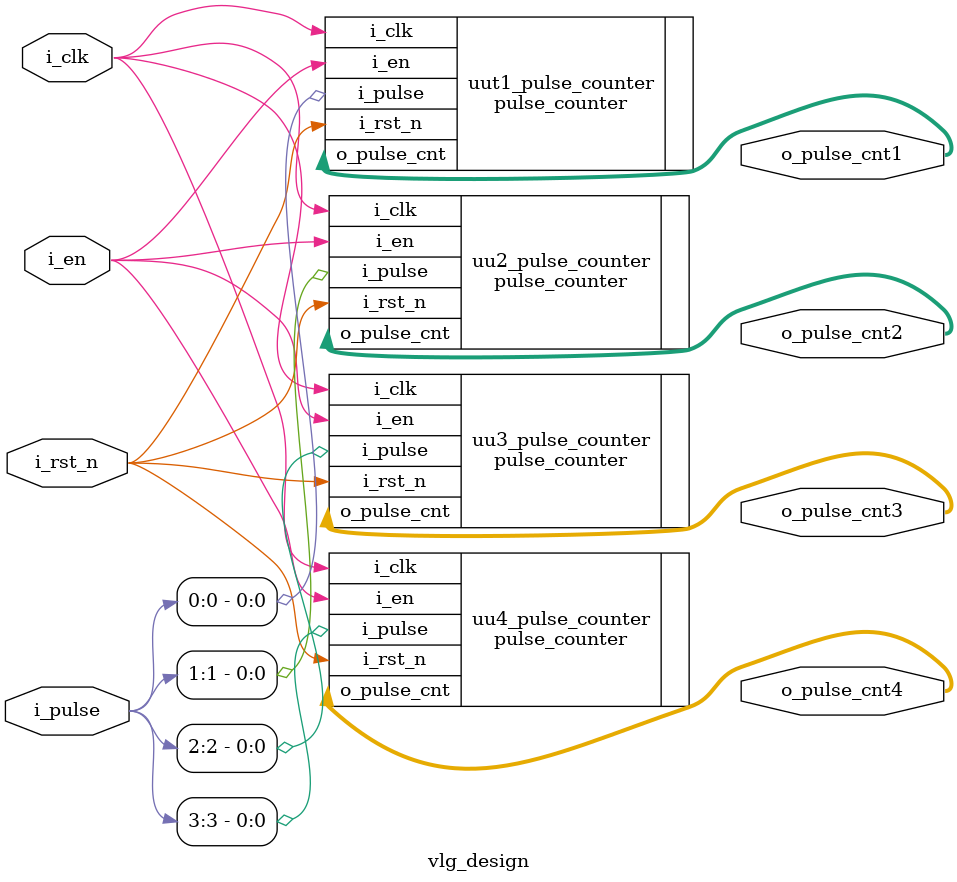
<source format=v>

`timescale 1ns/1ps

module vlg_design(
	input i_clk,
	input i_rst_n,
	input[3:0] i_pulse,
	input i_en,
	output[15:0] o_pulse_cnt1,o_pulse_cnt2,
	output[15:0] o_pulse_cnt3,o_pulse_cnt4
    );

//重复写四次例化
pulse_counter uut1_pulse_counter(
	.i_clk			(i_clk),
	.i_rst_n		(i_rst_n),
	.i_pulse		(i_pulse[0]),
	.i_en			(i_en),
	.o_pulse_cnt	(o_pulse_cnt1)
    );

pulse_counter uu2_pulse_counter(
	.i_clk			(i_clk),
	.i_rst_n		(i_rst_n),
	.i_pulse		(i_pulse[1]),
	.i_en			(i_en),
	.o_pulse_cnt	(o_pulse_cnt2)
    );

pulse_counter uu3_pulse_counter(
	.i_clk			(i_clk),
	.i_rst_n		(i_rst_n),
	.i_pulse		(i_pulse[2]),
	.i_en			(i_en),
	.o_pulse_cnt	(o_pulse_cnt3)
    );

pulse_counter uu4_pulse_counter(
	.i_clk			(i_clk),
	.i_rst_n		(i_rst_n),
	.i_pulse		(i_pulse[3]),
	.i_en			(i_en),
	.o_pulse_cnt	(o_pulse_cnt4)
    );

//多次重复例化同一个模块，可以使用for循环

endmodule
</source>
